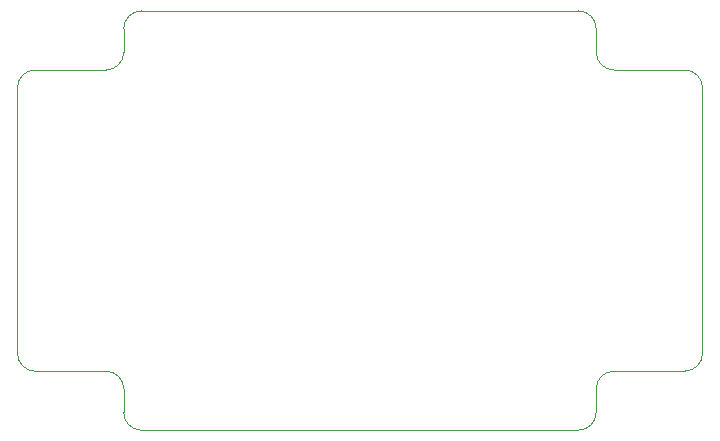
<source format=gko>
G04 #@! TF.GenerationSoftware,KiCad,Pcbnew,(5.1.0)-1*
G04 #@! TF.CreationDate,2019-05-10T18:53:53+02:00*
G04 #@! TF.ProjectId,30mhzLP,33306d68-7a4c-4502-9e6b-696361645f70,rev?*
G04 #@! TF.SameCoordinates,Original*
G04 #@! TF.FileFunction,Profile,NP*
%FSLAX46Y46*%
G04 Gerber Fmt 4.6, Leading zero omitted, Abs format (unit mm)*
G04 Created by KiCad (PCBNEW (5.1.0)-1) date 2019-05-10 18:53:53*
%MOMM*%
%LPD*%
G04 APERTURE LIST*
%ADD10C,0.050000*%
G04 APERTURE END LIST*
D10*
X117500000Y-125500000D02*
X123500000Y-125500000D01*
X117500000Y-125500000D02*
G75*
G02X116000000Y-124000000I0J1500000D01*
G01*
X126500000Y-130500000D02*
G75*
G02X125000000Y-129000000I0J1500000D01*
G01*
X125000000Y-129000000D02*
X125000000Y-127000000D01*
X123500000Y-125500000D02*
G75*
G02X125000000Y-127000000I0J-1500000D01*
G01*
X174000000Y-124000000D02*
G75*
G02X172500000Y-125500000I-1500000J0D01*
G01*
X166500000Y-125500000D02*
X172500000Y-125500000D01*
X165000000Y-129000000D02*
G75*
G02X163500000Y-130500000I-1500000J0D01*
G01*
X165000000Y-129000000D02*
X165000000Y-127000000D01*
X163500000Y-130500000D02*
X126500000Y-130500000D01*
X165000000Y-127000000D02*
G75*
G02X166500000Y-125500000I1500000J0D01*
G01*
X116000000Y-101500000D02*
G75*
G02X117500000Y-100000000I1500000J0D01*
G01*
X172500000Y-100000000D02*
X166500000Y-100000000D01*
X172500000Y-100000000D02*
G75*
G02X174000000Y-101500000I0J-1500000D01*
G01*
X125000000Y-96500000D02*
G75*
G02X126500000Y-95000000I1500000J0D01*
G01*
X125000000Y-96500000D02*
X125000000Y-98500000D01*
X125000000Y-98500000D02*
G75*
G02X123500000Y-100000000I-1500000J0D01*
G01*
X165000000Y-96500000D02*
X165000000Y-98500000D01*
X163500000Y-95000000D02*
G75*
G02X165000000Y-96500000I0J-1500000D01*
G01*
X123500000Y-100000000D02*
X117500000Y-100000000D01*
X166500000Y-100000000D02*
G75*
G02X165000000Y-98500000I0J1500000D01*
G01*
X116000000Y-124000000D02*
X116000000Y-101500000D01*
X174000000Y-101500000D02*
X174000000Y-124000000D01*
X126500000Y-95000000D02*
X163500000Y-95000000D01*
M02*

</source>
